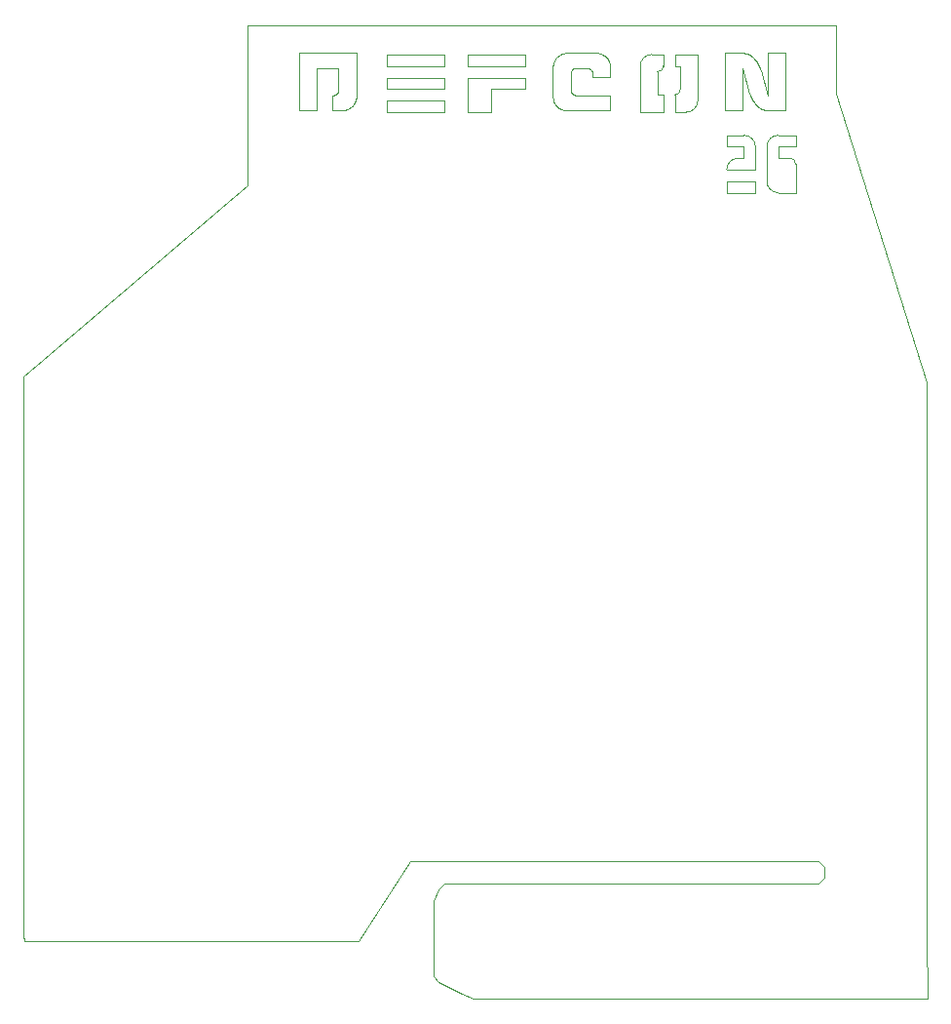
<source format=gbr>
G04 #@! TF.FileFunction,Profile,NP*
%FSLAX46Y46*%
G04 Gerber Fmt 4.6, Leading zero omitted, Abs format (unit mm)*
G04 Created by KiCad (PCBNEW 4.0.7) date Monday, July 02, 2018 'PMt' 09:22:05 PM*
%MOMM*%
%LPD*%
G01*
G04 APERTURE LIST*
%ADD10C,0.100000*%
G04 APERTURE END LIST*
D10*
X162500000Y-174000000D02*
X162382200Y-173457800D01*
X241000000Y-179000000D02*
X240893200Y-173469800D01*
X201500000Y-179000000D02*
X241000000Y-179000000D01*
X200500000Y-178500000D02*
X201500000Y-179000000D01*
X199500000Y-178000000D02*
X200500000Y-178500000D01*
X198500000Y-177500000D02*
X199500000Y-178000000D01*
X198000000Y-177000000D02*
X198500000Y-177500000D01*
X198000000Y-170500000D02*
X198000000Y-177000000D01*
X198500000Y-169500000D02*
X198000000Y-170500000D01*
X199000000Y-169000000D02*
X198500000Y-169500000D01*
X231500000Y-169000000D02*
X199000000Y-169000000D01*
X232000000Y-168500000D02*
X231500000Y-169000000D01*
X232000000Y-168000000D02*
X232000000Y-168500000D01*
X232000000Y-167500000D02*
X232000000Y-168000000D01*
X231500000Y-167000000D02*
X232000000Y-167500000D01*
X196000000Y-167000000D02*
X231500000Y-167000000D01*
X191500000Y-174000000D02*
X196000000Y-167000000D01*
X162500000Y-174000000D02*
X191500000Y-174000000D01*
X229500000Y-108500000D02*
X229500000Y-107500000D01*
X229500000Y-107500000D02*
X229500000Y-106500000D01*
X229500000Y-109000000D02*
X229500000Y-108500000D01*
X227000000Y-108000000D02*
X227000000Y-107500000D01*
X226000000Y-109000000D02*
X226000000Y-108500000D01*
X223500000Y-109000000D02*
X223500000Y-108500000D01*
X227000000Y-105000000D02*
X227000000Y-106000000D01*
X226000000Y-105000000D02*
G75*
G03X225000000Y-104000000I-1000000J0D01*
G01*
X226000000Y-107000000D02*
X226000000Y-105000000D01*
X223500000Y-104000000D02*
X225000000Y-104000000D01*
X223500000Y-105000000D02*
X223500000Y-104000000D01*
X225000000Y-105000000D02*
X223500000Y-105000000D01*
X225000000Y-106000000D02*
X225000000Y-105000000D01*
X224500000Y-106000000D02*
X225000000Y-106000000D01*
X224500000Y-106000000D02*
G75*
G03X223500000Y-107000000I0J-1000000D01*
G01*
X223500000Y-107000000D02*
X226000000Y-107000000D01*
X223500000Y-108000000D02*
X223500000Y-108500000D01*
X226000000Y-108000000D02*
X223500000Y-108000000D01*
X226000000Y-108500000D02*
X226000000Y-108000000D01*
X223500000Y-109000000D02*
X226000000Y-109000000D01*
X228000000Y-106000000D02*
X228000000Y-105000000D01*
X229000000Y-106000000D02*
X228000000Y-106000000D01*
X229500000Y-106500000D02*
G75*
G03X229000000Y-106000000I-500000J0D01*
G01*
X229500000Y-105000000D02*
X228000000Y-105000000D01*
X229500000Y-104000000D02*
X229500000Y-105000000D01*
X228000000Y-104000000D02*
X229500000Y-104000000D01*
X228000000Y-104000000D02*
G75*
G03X227000000Y-105000000I0J-1000000D01*
G01*
X227000000Y-106500000D02*
X227000000Y-106000000D01*
X228000000Y-109000000D02*
X229500000Y-109000000D01*
X227000000Y-108000000D02*
G75*
G03X228000000Y-109000000I1000000J0D01*
G01*
X227000000Y-107500000D02*
X227000000Y-106500000D01*
X217000000Y-97000000D02*
G75*
G03X216000000Y-98000000I0J-1000000D01*
G01*
X217000000Y-97000000D02*
X218000000Y-97000000D01*
X216000000Y-102000000D02*
X216000000Y-98000000D01*
X218000000Y-100500000D02*
X218000000Y-102000000D01*
X217500000Y-98500000D02*
G75*
G03X218000000Y-98000000I0J500000D01*
G01*
X217500000Y-100500000D02*
X217500000Y-98500000D01*
X218000000Y-100500000D02*
X217500000Y-100500000D01*
X218000000Y-102000000D02*
X216000000Y-102000000D01*
X219000000Y-100500000D02*
G75*
G03X219500000Y-100000000I0J500000D01*
G01*
X219500000Y-100000000D02*
X219500000Y-98000000D01*
X219000000Y-98000000D02*
X219500000Y-98000000D01*
X219000000Y-102000000D02*
X219000000Y-100500000D01*
X220000000Y-102000000D02*
X219000000Y-102000000D01*
X220000000Y-102000000D02*
G75*
G03X221000000Y-101000000I0J1000000D01*
G01*
X221000000Y-97000000D02*
X221000000Y-101000000D01*
X218000000Y-97000000D02*
X218000000Y-98000000D01*
X219000000Y-97000000D02*
X219000000Y-98000000D01*
X221000000Y-97000000D02*
X219000000Y-97000000D01*
X206000000Y-100000000D02*
X203000000Y-100000000D01*
X206000000Y-99000000D02*
X206000000Y-100000000D01*
X203000000Y-102000000D02*
X203000000Y-100000000D01*
X201000000Y-102000000D02*
X203000000Y-102000000D01*
X201000000Y-99000000D02*
X201000000Y-102000000D01*
X201000000Y-99000000D02*
X206000000Y-99000000D01*
X201000000Y-98000000D02*
X201000000Y-97000000D01*
X206000000Y-98000000D02*
X201000000Y-98000000D01*
X206000000Y-97000000D02*
X206000000Y-98000000D01*
X201000000Y-97000000D02*
X206000000Y-97000000D01*
X194000000Y-102000000D02*
X194000000Y-101000000D01*
X199000000Y-102000000D02*
X194000000Y-102000000D01*
X199000000Y-101000000D02*
X199000000Y-102000000D01*
X194000000Y-101000000D02*
X199000000Y-101000000D01*
X194000000Y-98000000D02*
X199000000Y-98000000D01*
X194000000Y-97000000D02*
X194000000Y-98000000D01*
X199000000Y-97000000D02*
X194000000Y-97000000D01*
X199000000Y-98000000D02*
X199000000Y-97000000D01*
X198000000Y-100000000D02*
X199000000Y-100000000D01*
X198000000Y-99000000D02*
X199000000Y-99000000D01*
X194000000Y-99000000D02*
X194000000Y-100000000D01*
X198000000Y-99000000D02*
X194000000Y-99000000D01*
X199000000Y-100000000D02*
X199000000Y-99000000D01*
X194000000Y-100000000D02*
X198000000Y-100000000D01*
X189240000Y-101850000D02*
X189950000Y-101850000D01*
X189250000Y-100540000D02*
X189240000Y-101850000D01*
X181864000Y-108331000D02*
X181864000Y-94488000D01*
X228625287Y-96849800D02*
X227053430Y-96849800D01*
X228625287Y-101849800D02*
X228625287Y-96849800D01*
X227150736Y-101849800D02*
X228625287Y-101849800D01*
X227131406Y-101849677D02*
X227150736Y-101849800D01*
X227112089Y-101849306D02*
X227131406Y-101849677D01*
X227092785Y-101848689D02*
X227112089Y-101849306D01*
X227073494Y-101847825D02*
X227092785Y-101848689D01*
X227054216Y-101846714D02*
X227073494Y-101847825D01*
X227034952Y-101845356D02*
X227054216Y-101846714D01*
X227015700Y-101843751D02*
X227034952Y-101845356D01*
X226996461Y-101841899D02*
X227015700Y-101843751D01*
X226977235Y-101839800D02*
X226996461Y-101841899D01*
X226958022Y-101837455D02*
X226977235Y-101839800D01*
X226938822Y-101834862D02*
X226958022Y-101837455D01*
X226919635Y-101832023D02*
X226938822Y-101834862D01*
X226900461Y-101828937D02*
X226919635Y-101832023D01*
X226881301Y-101825604D02*
X226900461Y-101828937D01*
X226862153Y-101822024D02*
X226881301Y-101825604D01*
X226843018Y-101818197D02*
X226862153Y-101822024D01*
X226823896Y-101814123D02*
X226843018Y-101818197D01*
X226804787Y-101809802D02*
X226823896Y-101814123D01*
X226785691Y-101805234D02*
X226804787Y-101809802D01*
X226766608Y-101800420D02*
X226785691Y-101805234D01*
X226747538Y-101795358D02*
X226766608Y-101800420D01*
X226728481Y-101790050D02*
X226747538Y-101795358D01*
X226709437Y-101784494D02*
X226728481Y-101790050D01*
X226690406Y-101778692D02*
X226709437Y-101784494D01*
X226671408Y-101772591D02*
X226690406Y-101778692D01*
X226652461Y-101766139D02*
X226671408Y-101772591D01*
X226633567Y-101759336D02*
X226652461Y-101766139D01*
X226614724Y-101752183D02*
X226633567Y-101759336D01*
X226595934Y-101744678D02*
X226614724Y-101752183D01*
X226577195Y-101736823D02*
X226595934Y-101744678D01*
X226558509Y-101728617D02*
X226577195Y-101736823D01*
X226539874Y-101720059D02*
X226558509Y-101728617D01*
X226521291Y-101711152D02*
X226539874Y-101720059D01*
X226502761Y-101701893D02*
X226521291Y-101711152D01*
X226484282Y-101692283D02*
X226502761Y-101701893D01*
X226465855Y-101682322D02*
X226484282Y-101692283D01*
X226447481Y-101672011D02*
X226465855Y-101682322D01*
X226429158Y-101661349D02*
X226447481Y-101672011D01*
X226410887Y-101650336D02*
X226429158Y-101661349D01*
X226392668Y-101638972D02*
X226410887Y-101650336D01*
X226374502Y-101627257D02*
X226392668Y-101638972D01*
X226356387Y-101615191D02*
X226374502Y-101627257D01*
X226338324Y-101602775D02*
X226356387Y-101615191D01*
X226320313Y-101590007D02*
X226338324Y-101602775D01*
X226302354Y-101576889D02*
X226320313Y-101590007D01*
X226284447Y-101563420D02*
X226302354Y-101576889D01*
X226266592Y-101549600D02*
X226284447Y-101563420D01*
X226248790Y-101535429D02*
X226266592Y-101549600D01*
X226231052Y-101520888D02*
X226248790Y-101535429D01*
X226213392Y-101505956D02*
X226231052Y-101520888D01*
X226195810Y-101490636D02*
X226213392Y-101505956D01*
X226178306Y-101474925D02*
X226195810Y-101490636D01*
X226160879Y-101458824D02*
X226178306Y-101474925D01*
X226143531Y-101442334D02*
X226160879Y-101458824D01*
X226126261Y-101425453D02*
X226143531Y-101442334D01*
X226109069Y-101408183D02*
X226126261Y-101425453D01*
X226091955Y-101390523D02*
X226109069Y-101408183D01*
X226074919Y-101372473D02*
X226091955Y-101390523D01*
X226057960Y-101354034D02*
X226074919Y-101372473D01*
X226041080Y-101335204D02*
X226057960Y-101354034D01*
X226024278Y-101315985D02*
X226041080Y-101335204D01*
X226007553Y-101296376D02*
X226024278Y-101315985D01*
X225990907Y-101276377D02*
X226007553Y-101296376D01*
X225974338Y-101255988D02*
X225990907Y-101276377D01*
X225957848Y-101235209D02*
X225974338Y-101255988D01*
X225941436Y-101214040D02*
X225957848Y-101235209D01*
X225925101Y-101192482D02*
X225941436Y-101214040D01*
X225908844Y-101170534D02*
X225925101Y-101192482D01*
X225892666Y-101148195D02*
X225908844Y-101170534D01*
X225876565Y-101125467D02*
X225892666Y-101148195D01*
X225860543Y-101102350D02*
X225876565Y-101125467D01*
X225844598Y-101078842D02*
X225860543Y-101102350D01*
X225828751Y-101054905D02*
X225844598Y-101078842D01*
X225813020Y-101030501D02*
X225828751Y-101054905D01*
X225797407Y-101005629D02*
X225813020Y-101030501D01*
X225781911Y-100980289D02*
X225797407Y-101005629D01*
X225766531Y-100954481D02*
X225781911Y-100980289D01*
X225751269Y-100928206D02*
X225766531Y-100954481D01*
X225736123Y-100901462D02*
X225751269Y-100928206D01*
X225721095Y-100874251D02*
X225736123Y-100901462D01*
X225706183Y-100846572D02*
X225721095Y-100874251D01*
X225691389Y-100818425D02*
X225706183Y-100846572D01*
X225676711Y-100789811D02*
X225691389Y-100818425D01*
X225662150Y-100760728D02*
X225676711Y-100789811D01*
X225647707Y-100731178D02*
X225662150Y-100760728D01*
X225633380Y-100701160D02*
X225647707Y-100731178D01*
X225619170Y-100670674D02*
X225633380Y-100701160D01*
X225605077Y-100639720D02*
X225619170Y-100670674D01*
X225591101Y-100608299D02*
X225605077Y-100639720D01*
X225577242Y-100576409D02*
X225591101Y-100608299D01*
X225563500Y-100544052D02*
X225577242Y-100576409D01*
X225549875Y-100511227D02*
X225563500Y-100544052D01*
X225536367Y-100477934D02*
X225549875Y-100511227D01*
X225522976Y-100444174D02*
X225536367Y-100477934D01*
X225509701Y-100409945D02*
X225522976Y-100444174D01*
X225496544Y-100375249D02*
X225509701Y-100409945D01*
X224897742Y-98167165D02*
X225496544Y-100375249D01*
X224897742Y-101849800D02*
X224897742Y-98167165D01*
X223325885Y-101849800D02*
X224897742Y-101849800D01*
X223325885Y-96849800D02*
X223325885Y-101849800D01*
X224777981Y-96849800D02*
X223325885Y-96849800D01*
X224797318Y-96849923D02*
X224777981Y-96849800D01*
X224816654Y-96850294D02*
X224797318Y-96849923D01*
X224835990Y-96850911D02*
X224816654Y-96850294D01*
X224855326Y-96851775D02*
X224835990Y-96850911D01*
X224874663Y-96852886D02*
X224855326Y-96851775D01*
X224893999Y-96854244D02*
X224874663Y-96852886D01*
X224913335Y-96855849D02*
X224893999Y-96854244D01*
X224932672Y-96857701D02*
X224913335Y-96855849D01*
X224952008Y-96859800D02*
X224932672Y-96857701D01*
X224971344Y-96862145D02*
X224952008Y-96859800D01*
X224990681Y-96864738D02*
X224971344Y-96862145D01*
X225010017Y-96867577D02*
X224990681Y-96864738D01*
X225029353Y-96870663D02*
X225010017Y-96867577D01*
X225048690Y-96873996D02*
X225029353Y-96870663D01*
X225068026Y-96877576D02*
X225048690Y-96873996D01*
X225087362Y-96881403D02*
X225068026Y-96877576D01*
X225106699Y-96885477D02*
X225087362Y-96881403D01*
X225126035Y-96889798D02*
X225106699Y-96885477D01*
X225145371Y-96894366D02*
X225126035Y-96889798D01*
X225164708Y-96899180D02*
X225145371Y-96894366D01*
X225184044Y-96904242D02*
X225164708Y-96899180D01*
X225203380Y-96909550D02*
X225184044Y-96904242D01*
X225222717Y-96915106D02*
X225203380Y-96909550D01*
X225242053Y-96920908D02*
X225222717Y-96915106D01*
X225261363Y-96927002D02*
X225242053Y-96920908D01*
X225280622Y-96933435D02*
X225261363Y-96927002D01*
X225299828Y-96940205D02*
X225280622Y-96933435D01*
X225318983Y-96947313D02*
X225299828Y-96940205D01*
X225338085Y-96954759D02*
X225318983Y-96947313D01*
X225357135Y-96962543D02*
X225338085Y-96954759D01*
X225376134Y-96970665D02*
X225357135Y-96962543D01*
X225395080Y-96979125D02*
X225376134Y-96970665D01*
X225413975Y-96987922D02*
X225395080Y-96979125D01*
X225432817Y-96997058D02*
X225413975Y-96987922D01*
X225451608Y-97006531D02*
X225432817Y-96997058D01*
X225470346Y-97016342D02*
X225451608Y-97006531D01*
X225489033Y-97026491D02*
X225470346Y-97016342D01*
X225507668Y-97036978D02*
X225489033Y-97026491D01*
X225526250Y-97047802D02*
X225507668Y-97036978D01*
X225544781Y-97058965D02*
X225526250Y-97047802D01*
X225563260Y-97070465D02*
X225544781Y-97058965D01*
X225581686Y-97082304D02*
X225563260Y-97070465D01*
X225600061Y-97094480D02*
X225581686Y-97082304D01*
X225618384Y-97106994D02*
X225600061Y-97094480D01*
X225636654Y-97119846D02*
X225618384Y-97106994D01*
X225654873Y-97133036D02*
X225636654Y-97119846D01*
X225673040Y-97146563D02*
X225654873Y-97133036D01*
X225691155Y-97160429D02*
X225673040Y-97146563D01*
X225709205Y-97174665D02*
X225691155Y-97160429D01*
X225727177Y-97189303D02*
X225709205Y-97174665D01*
X225745070Y-97204345D02*
X225727177Y-97189303D01*
X225762886Y-97219789D02*
X225745070Y-97204345D01*
X225780624Y-97235636D02*
X225762886Y-97219789D01*
X225798284Y-97251886D02*
X225780624Y-97235636D01*
X225815866Y-97268539D02*
X225798284Y-97251886D01*
X225833370Y-97285595D02*
X225815866Y-97268539D01*
X225850796Y-97303054D02*
X225833370Y-97285595D01*
X225868145Y-97320915D02*
X225850796Y-97303054D01*
X225885415Y-97339179D02*
X225868145Y-97320915D01*
X225902607Y-97357846D02*
X225885415Y-97339179D01*
X225919721Y-97376916D02*
X225902607Y-97357846D01*
X225936757Y-97396389D02*
X225919721Y-97376916D01*
X225953716Y-97416265D02*
X225936757Y-97396389D01*
X225970596Y-97436543D02*
X225953716Y-97416265D01*
X225987398Y-97457224D02*
X225970596Y-97436543D01*
X226004123Y-97478309D02*
X225987398Y-97457224D01*
X226020769Y-97499796D02*
X226004123Y-97478309D01*
X226037337Y-97521685D02*
X226020769Y-97499796D01*
X226053828Y-97543978D02*
X226037337Y-97521685D01*
X226070240Y-97566674D02*
X226053828Y-97543978D01*
X226086575Y-97589772D02*
X226070240Y-97566674D01*
X226102831Y-97613273D02*
X226086575Y-97589772D01*
X226118984Y-97637223D02*
X226102831Y-97613273D01*
X226135007Y-97661666D02*
X226118984Y-97637223D01*
X226150899Y-97686603D02*
X226135007Y-97661666D01*
X226166662Y-97712034D02*
X226150899Y-97686603D01*
X226182295Y-97737959D02*
X226166662Y-97712034D01*
X226197798Y-97764377D02*
X226182295Y-97737959D01*
X226213171Y-97791289D02*
X226197798Y-97764377D01*
X226228414Y-97818696D02*
X226213171Y-97791289D01*
X226243527Y-97846595D02*
X226228414Y-97818696D01*
X226258510Y-97874989D02*
X226243527Y-97846595D01*
X226273363Y-97903877D02*
X226258510Y-97874989D01*
X226288086Y-97933258D02*
X226273363Y-97903877D01*
X226302679Y-97963133D02*
X226288086Y-97933258D01*
X226317142Y-97993502D02*
X226302679Y-97963133D01*
X226331476Y-98024365D02*
X226317142Y-97993502D01*
X226345679Y-98055721D02*
X226331476Y-98024365D01*
X226359753Y-98087572D02*
X226345679Y-98055721D01*
X226373696Y-98119916D02*
X226359753Y-98087572D01*
X226387510Y-98152754D02*
X226373696Y-98119916D01*
X226401193Y-98186086D02*
X226387510Y-98152754D01*
X226414747Y-98219911D02*
X226401193Y-98186086D01*
X226428170Y-98254231D02*
X226414747Y-98219911D01*
X226441464Y-98289044D02*
X226428170Y-98254231D01*
X226454628Y-98324351D02*
X226441464Y-98289044D01*
X227053430Y-100532435D02*
X226454628Y-98324351D01*
X227053430Y-96849800D02*
X227053430Y-100532435D01*
X209719378Y-96850424D02*
X209770123Y-96849800D01*
X209669439Y-96852295D02*
X209719378Y-96850424D01*
X209620305Y-96855414D02*
X209669439Y-96852295D01*
X209571977Y-96859780D02*
X209620305Y-96855414D01*
X209524455Y-96865394D02*
X209571977Y-96859780D01*
X209477739Y-96872255D02*
X209524455Y-96865394D01*
X209431828Y-96880364D02*
X209477739Y-96872255D01*
X209386723Y-96889720D02*
X209431828Y-96880364D01*
X209342424Y-96900324D02*
X209386723Y-96889720D01*
X209298930Y-96912175D02*
X209342424Y-96900324D01*
X209256242Y-96925274D02*
X209298930Y-96912175D01*
X209214359Y-96939620D02*
X209256242Y-96925274D01*
X209173283Y-96955214D02*
X209214359Y-96939620D01*
X209133012Y-96972055D02*
X209173283Y-96955214D01*
X209093546Y-96990144D02*
X209133012Y-96972055D01*
X209054887Y-97009481D02*
X209093546Y-96990144D01*
X209017033Y-97030064D02*
X209054887Y-97009481D01*
X208979984Y-97051896D02*
X209017033Y-97030064D01*
X208943742Y-97074975D02*
X208979984Y-97051896D01*
X208908305Y-97099301D02*
X208943742Y-97074975D01*
X208873674Y-97124875D02*
X208908305Y-97099301D01*
X208839848Y-97151696D02*
X208873674Y-97124875D01*
X208806828Y-97179765D02*
X208839848Y-97151696D01*
X208774614Y-97209081D02*
X208806828Y-97179765D01*
X208743465Y-97239541D02*
X208774614Y-97209081D01*
X208713642Y-97271041D02*
X208743465Y-97239541D01*
X208685144Y-97303580D02*
X208713642Y-97271041D01*
X208657972Y-97337159D02*
X208685144Y-97303580D01*
X208632125Y-97371777D02*
X208657972Y-97337159D01*
X208607604Y-97407435D02*
X208632125Y-97371777D01*
X208584408Y-97444132D02*
X208607604Y-97407435D01*
X208562538Y-97481869D02*
X208584408Y-97444132D01*
X208541993Y-97520646D02*
X208562538Y-97481869D01*
X208522774Y-97560462D02*
X208541993Y-97520646D01*
X208504880Y-97601318D02*
X208522774Y-97560462D01*
X208488311Y-97643213D02*
X208504880Y-97601318D01*
X208473068Y-97686148D02*
X208488311Y-97643213D01*
X208459151Y-97730123D02*
X208473068Y-97686148D01*
X208446559Y-97775137D02*
X208459151Y-97730123D01*
X208435292Y-97821191D02*
X208446559Y-97775137D01*
X208425351Y-97868284D02*
X208435292Y-97821191D01*
X208416736Y-97916417D02*
X208425351Y-97868284D01*
X208409446Y-97965589D02*
X208416736Y-97916417D01*
X208403481Y-98015801D02*
X208409446Y-97965589D01*
X208398842Y-98067053D02*
X208403481Y-98015801D01*
X208395528Y-98119344D02*
X208398842Y-98067053D01*
X208393540Y-98172675D02*
X208395528Y-98119344D01*
X208392877Y-98227046D02*
X208393540Y-98172675D01*
X208392877Y-100502495D02*
X208392877Y-98227046D01*
X208393482Y-100556839D02*
X208392877Y-100502495D01*
X208395294Y-100610092D02*
X208393482Y-100556839D01*
X208398316Y-100662253D02*
X208395294Y-100610092D01*
X208402545Y-100713323D02*
X208398316Y-100662253D01*
X208407984Y-100763301D02*
X208402545Y-100713323D01*
X208414631Y-100812188D02*
X208407984Y-100763301D01*
X208422486Y-100859983D02*
X208414631Y-100812188D01*
X208431550Y-100906686D02*
X208422486Y-100859983D01*
X208441822Y-100952298D02*
X208431550Y-100906686D01*
X208453303Y-100996818D02*
X208441822Y-100952298D01*
X208465993Y-101040247D02*
X208453303Y-100996818D01*
X208479891Y-101082584D02*
X208465993Y-101040247D01*
X208494997Y-101123830D02*
X208479891Y-101082584D01*
X208511312Y-101163984D02*
X208494997Y-101123830D01*
X208528836Y-101203047D02*
X208511312Y-101163984D01*
X208547568Y-101241018D02*
X208528836Y-101203047D01*
X208567509Y-101277897D02*
X208547568Y-101241018D01*
X208588658Y-101313685D02*
X208567509Y-101277897D01*
X208611015Y-101348381D02*
X208588658Y-101313685D01*
X208634581Y-101381986D02*
X208611015Y-101348381D01*
X208659356Y-101414499D02*
X208634581Y-101381986D01*
X208685339Y-101445920D02*
X208659356Y-101414499D01*
X208712531Y-101476250D02*
X208685339Y-101445920D01*
X208740931Y-101505489D02*
X208712531Y-101476250D01*
X208770475Y-101533583D02*
X208740931Y-101505489D01*
X208801097Y-101560483D02*
X208770475Y-101533583D01*
X208832798Y-101586187D02*
X208801097Y-101560483D01*
X208865578Y-101610695D02*
X208832798Y-101586187D01*
X208899436Y-101634008D02*
X208865578Y-101610695D01*
X208934372Y-101656125D02*
X208899436Y-101634008D01*
X208970388Y-101677047D02*
X208934372Y-101656125D01*
X209007481Y-101696773D02*
X208970388Y-101677047D01*
X209045654Y-101715303D02*
X209007481Y-101696773D01*
X209084905Y-101732638D02*
X209045654Y-101715303D01*
X209125234Y-101748778D02*
X209084905Y-101732638D01*
X209166642Y-101763722D02*
X209125234Y-101748778D01*
X209209129Y-101777471D02*
X209166642Y-101763722D01*
X209252694Y-101790024D02*
X209209129Y-101777471D01*
X209297338Y-101801381D02*
X209252694Y-101790024D01*
X209343060Y-101811543D02*
X209297338Y-101801381D01*
X209389861Y-101820510D02*
X209343060Y-101811543D01*
X209437741Y-101828281D02*
X209389861Y-101820510D01*
X209486699Y-101834856D02*
X209437741Y-101828281D01*
X209536735Y-101840236D02*
X209486699Y-101834856D01*
X209587851Y-101844420D02*
X209536735Y-101840236D01*
X209640044Y-101847409D02*
X209587851Y-101844420D01*
X209693317Y-101849202D02*
X209640044Y-101847409D01*
X209747668Y-101849800D02*
X209693317Y-101849202D01*
X213392877Y-101849800D02*
X209747668Y-101849800D01*
X213392877Y-100539920D02*
X213392877Y-101849800D01*
X210496171Y-100539920D02*
X213392877Y-100539920D01*
X210453418Y-100538984D02*
X210496171Y-100539920D01*
X210412484Y-100536177D02*
X210453418Y-100538984D01*
X210373369Y-100531499D02*
X210412484Y-100536177D01*
X210336074Y-100524950D02*
X210373369Y-100531499D01*
X210300598Y-100516529D02*
X210336074Y-100524950D01*
X210266942Y-100506237D02*
X210300598Y-100516529D01*
X210235104Y-100494074D02*
X210266942Y-100506237D01*
X210205086Y-100480040D02*
X210235104Y-100494074D01*
X210176887Y-100464134D02*
X210205086Y-100480040D01*
X210150508Y-100446357D02*
X210176887Y-100464134D01*
X210125948Y-100426709D02*
X210150508Y-100446357D01*
X210103207Y-100405189D02*
X210125948Y-100426709D01*
X210082285Y-100381799D02*
X210103207Y-100405189D01*
X210063183Y-100356537D02*
X210082285Y-100381799D01*
X210045899Y-100329403D02*
X210063183Y-100356537D01*
X210030436Y-100300399D02*
X210045899Y-100329403D01*
X210016791Y-100269523D02*
X210030436Y-100300399D01*
X210004966Y-100236776D02*
X210016791Y-100269523D01*
X209994960Y-100202158D02*
X210004966Y-100236776D01*
X209986773Y-100165668D02*
X209994960Y-100202158D01*
X209980405Y-100127307D02*
X209986773Y-100165668D01*
X209975857Y-100087075D02*
X209980405Y-100127307D01*
X209973128Y-100044972D02*
X209975857Y-100087075D01*
X209972219Y-100000998D02*
X209973128Y-100044972D01*
X209972219Y-98571357D02*
X209972219Y-100000998D01*
X209977832Y-98540169D02*
X209972219Y-98571357D01*
X209984694Y-98510229D02*
X209977832Y-98540169D01*
X209992802Y-98481537D02*
X209984694Y-98510229D01*
X210002159Y-98454091D02*
X209992802Y-98481537D01*
X210012763Y-98427894D02*
X210002159Y-98454091D01*
X210024614Y-98402944D02*
X210012763Y-98427894D01*
X210037713Y-98379241D02*
X210024614Y-98402944D01*
X210052059Y-98356786D02*
X210037713Y-98379241D01*
X210067653Y-98335578D02*
X210052059Y-98356786D01*
X210084494Y-98315618D02*
X210067653Y-98335578D01*
X210102583Y-98296906D02*
X210084494Y-98315618D01*
X210121919Y-98279441D02*
X210102583Y-98296906D01*
X210142503Y-98263223D02*
X210121919Y-98279441D01*
X210164334Y-98248253D02*
X210142503Y-98263223D01*
X210187413Y-98234531D02*
X210164334Y-98248253D01*
X210211740Y-98222055D02*
X210187413Y-98234531D01*
X210237313Y-98210828D02*
X210211740Y-98222055D01*
X210264135Y-98200848D02*
X210237313Y-98210828D01*
X210292204Y-98192115D02*
X210264135Y-98200848D01*
X210321520Y-98184630D02*
X210292204Y-98192115D01*
X210352084Y-98178393D02*
X210321520Y-98184630D01*
X210383895Y-98173403D02*
X210352084Y-98178393D01*
X210416954Y-98169660D02*
X210383895Y-98173403D01*
X210451261Y-98167165D02*
X210416954Y-98169660D01*
X211334494Y-98167165D02*
X210451261Y-98167165D01*
X211354259Y-98167406D02*
X211334494Y-98167165D01*
X211373635Y-98168127D02*
X211354259Y-98167406D01*
X211392620Y-98169329D02*
X211373635Y-98168127D01*
X211411216Y-98171012D02*
X211392620Y-98169329D01*
X211429421Y-98173175D02*
X211411216Y-98171012D01*
X211447237Y-98175820D02*
X211429421Y-98173175D01*
X211464663Y-98178945D02*
X211447237Y-98175820D01*
X211481700Y-98182551D02*
X211464663Y-98178945D01*
X211498346Y-98186638D02*
X211481700Y-98182551D01*
X211514603Y-98191206D02*
X211498346Y-98186638D01*
X211530469Y-98196254D02*
X211514603Y-98191206D01*
X211545946Y-98201784D02*
X211530469Y-98196254D01*
X211561033Y-98207794D02*
X211545946Y-98201784D01*
X211575730Y-98214285D02*
X211561033Y-98207794D01*
X211590038Y-98221256D02*
X211575730Y-98214285D01*
X211603955Y-98228709D02*
X211590038Y-98221256D01*
X211617483Y-98236642D02*
X211603955Y-98228709D01*
X211630621Y-98245056D02*
X211617483Y-98236642D01*
X211643369Y-98253951D02*
X211630621Y-98245056D01*
X211655727Y-98263327D02*
X211643369Y-98253951D01*
X211667695Y-98273184D02*
X211655727Y-98263327D01*
X211679273Y-98283521D02*
X211667695Y-98273184D01*
X211690462Y-98294339D02*
X211679273Y-98283521D01*
X211701261Y-98305638D02*
X211690462Y-98294339D01*
X211711643Y-98317366D02*
X211701261Y-98305638D01*
X211721584Y-98329471D02*
X211711643Y-98317366D01*
X211731084Y-98341952D02*
X211721584Y-98329471D01*
X211740141Y-98354811D02*
X211731084Y-98341952D01*
X211748757Y-98368046D02*
X211740141Y-98354811D01*
X211756930Y-98381658D02*
X211748757Y-98368046D01*
X211764662Y-98395647D02*
X211756930Y-98381658D01*
X211771952Y-98410013D02*
X211764662Y-98395647D01*
X211778801Y-98424756D02*
X211771952Y-98410013D01*
X211785207Y-98439875D02*
X211778801Y-98424756D01*
X211791172Y-98455371D02*
X211785207Y-98439875D01*
X211796695Y-98471245D02*
X211791172Y-98455371D01*
X211801776Y-98487495D02*
X211796695Y-98471245D01*
X211806415Y-98504122D02*
X211801776Y-98487495D01*
X211810612Y-98521125D02*
X211806415Y-98504122D01*
X211814368Y-98538506D02*
X211810612Y-98521125D01*
X211817681Y-98556263D02*
X211814368Y-98538506D01*
X211820553Y-98574398D02*
X211817681Y-98556263D01*
X211822983Y-98592909D02*
X211820553Y-98574398D01*
X211824971Y-98611797D02*
X211822983Y-98592909D01*
X211826518Y-98631062D02*
X211824971Y-98611797D01*
X211827622Y-98650703D02*
X211826518Y-98631062D01*
X211828285Y-98670722D02*
X211827622Y-98650703D01*
X211828506Y-98691117D02*
X211828285Y-98670722D01*
X211828506Y-98923153D02*
X211828506Y-98691117D01*
X213392877Y-98923153D02*
X211828506Y-98923153D01*
X213392877Y-98227046D02*
X213392877Y-98923153D01*
X213392215Y-98172675D02*
X213392877Y-98227046D01*
X213390226Y-98119344D02*
X213392215Y-98172675D01*
X213386913Y-98067053D02*
X213390226Y-98119344D01*
X213382274Y-98015801D02*
X213386913Y-98067053D01*
X213376309Y-97965589D02*
X213382274Y-98015801D01*
X213369019Y-97916417D02*
X213376309Y-97965589D01*
X213360403Y-97868284D02*
X213369019Y-97916417D01*
X213350462Y-97821191D02*
X213360403Y-97868284D01*
X213339196Y-97775137D02*
X213350462Y-97821191D01*
X213326604Y-97730123D02*
X213339196Y-97775137D01*
X213312686Y-97686148D02*
X213326604Y-97730123D01*
X213297443Y-97643213D02*
X213312686Y-97686148D01*
X213280875Y-97601318D02*
X213297443Y-97643213D01*
X213262981Y-97560462D02*
X213280875Y-97601318D01*
X213243761Y-97520646D02*
X213262981Y-97560462D01*
X213223217Y-97481869D02*
X213243761Y-97520646D01*
X213201346Y-97444132D02*
X213223217Y-97481869D01*
X213178151Y-97407435D02*
X213201346Y-97444132D01*
X213153629Y-97371777D02*
X213178151Y-97407435D01*
X213127783Y-97337159D02*
X213153629Y-97371777D01*
X213100610Y-97303580D02*
X213127783Y-97337159D01*
X213072113Y-97271041D02*
X213100610Y-97303580D01*
X213042289Y-97239541D02*
X213072113Y-97271041D01*
X213011141Y-97209081D02*
X213042289Y-97239541D01*
X212978927Y-97179765D02*
X213011141Y-97209081D01*
X212945907Y-97151696D02*
X212978927Y-97179765D01*
X212912081Y-97124875D02*
X212945907Y-97151696D01*
X212877450Y-97099301D02*
X212912081Y-97124875D01*
X212842013Y-97074975D02*
X212877450Y-97099301D01*
X212805770Y-97051896D02*
X212842013Y-97074975D01*
X212768722Y-97030064D02*
X212805770Y-97051896D01*
X212730868Y-97009481D02*
X212768722Y-97030064D01*
X212692208Y-96990144D02*
X212730868Y-97009481D01*
X212652743Y-96972055D02*
X212692208Y-96990144D01*
X212612472Y-96955214D02*
X212652743Y-96972055D01*
X212571395Y-96939620D02*
X212612472Y-96955214D01*
X212529513Y-96925274D02*
X212571395Y-96939620D01*
X212486825Y-96912175D02*
X212529513Y-96925274D01*
X212443331Y-96900324D02*
X212486825Y-96912175D01*
X212399032Y-96889720D02*
X212443331Y-96900324D01*
X212353927Y-96880364D02*
X212399032Y-96889720D01*
X212308016Y-96872255D02*
X212353927Y-96880364D01*
X212261299Y-96865394D02*
X212308016Y-96872255D01*
X212213777Y-96859780D02*
X212261299Y-96865394D01*
X212165449Y-96855414D02*
X212213777Y-96859780D01*
X212116316Y-96852295D02*
X212165449Y-96855414D01*
X212066377Y-96850424D02*
X212116316Y-96852295D01*
X212015632Y-96849800D02*
X212066377Y-96850424D01*
X209770123Y-96849800D02*
X212015632Y-96849800D01*
X191337685Y-96849800D02*
X186330200Y-96849800D01*
X191337685Y-100480040D02*
X191337685Y-96849800D01*
X191337510Y-100507355D02*
X191337685Y-100480040D01*
X191336983Y-100534410D02*
X191337510Y-100507355D01*
X191336106Y-100561205D02*
X191336983Y-100534410D01*
X191334878Y-100587741D02*
X191336106Y-100561205D01*
X191333299Y-100614016D02*
X191334878Y-100587741D01*
X191331370Y-100640032D02*
X191333299Y-100614016D01*
X191329089Y-100665788D02*
X191331370Y-100640032D01*
X191326457Y-100691284D02*
X191329089Y-100665788D01*
X191323475Y-100716520D02*
X191326457Y-100691284D01*
X191320142Y-100741496D02*
X191323475Y-100716520D01*
X191316458Y-100766212D02*
X191320142Y-100741496D01*
X191312423Y-100790668D02*
X191316458Y-100766212D01*
X191308037Y-100814865D02*
X191312423Y-100790668D01*
X191303301Y-100838801D02*
X191308037Y-100814865D01*
X191298213Y-100862478D02*
X191303301Y-100838801D01*
X191292775Y-100885894D02*
X191298213Y-100862478D01*
X191286986Y-100909051D02*
X191292775Y-100885894D01*
X191280846Y-100931948D02*
X191286986Y-100909051D01*
X191274355Y-100954585D02*
X191280846Y-100931948D01*
X191267513Y-100976962D02*
X191274355Y-100954585D01*
X191260320Y-100999080D02*
X191267513Y-100976962D01*
X191252777Y-101020937D02*
X191260320Y-100999080D01*
X191244882Y-101042534D02*
X191252777Y-101020937D01*
X191236637Y-101063872D02*
X191244882Y-101042534D01*
X191228067Y-101084943D02*
X191236637Y-101063872D01*
X191219198Y-101105741D02*
X191228067Y-101084943D01*
X191210030Y-101126267D02*
X191219198Y-101105741D01*
X191200563Y-101146519D02*
X191210030Y-101126267D01*
X191190798Y-101166499D02*
X191200563Y-101146519D01*
X191180733Y-101186205D02*
X191190798Y-101166499D01*
X191170370Y-101205639D02*
X191180733Y-101186205D01*
X191159708Y-101224800D02*
X191170370Y-101205639D01*
X191148747Y-101243688D02*
X191159708Y-101224800D01*
X191137486Y-101262303D02*
X191148747Y-101243688D01*
X191125928Y-101280645D02*
X191137486Y-101262303D01*
X191114070Y-101298715D02*
X191125928Y-101280645D01*
X191101913Y-101316511D02*
X191114070Y-101298715D01*
X191089458Y-101334035D02*
X191101913Y-101316511D01*
X191076703Y-101351285D02*
X191089458Y-101334035D01*
X191063650Y-101368263D02*
X191076703Y-101351285D01*
X191050298Y-101384968D02*
X191063650Y-101368263D01*
X191036646Y-101401400D02*
X191050298Y-101384968D01*
X191022697Y-101417559D02*
X191036646Y-101401400D01*
X191008448Y-101433445D02*
X191022697Y-101417559D01*
X190993900Y-101449059D02*
X191008448Y-101433445D01*
X190979053Y-101464399D02*
X190993900Y-101449059D01*
X190963908Y-101479466D02*
X190979053Y-101464399D01*
X190948463Y-101494261D02*
X190963908Y-101479466D01*
X190932753Y-101508770D02*
X190948463Y-101494261D01*
X190916808Y-101522980D02*
X190932753Y-101508770D01*
X190900629Y-101536891D02*
X190916808Y-101522980D01*
X190884217Y-101550503D02*
X190900629Y-101536891D01*
X190867571Y-101563816D02*
X190884217Y-101550503D01*
X190850690Y-101576830D02*
X190867571Y-101563816D01*
X190833576Y-101589546D02*
X190850690Y-101576830D01*
X190816228Y-101601962D02*
X190833576Y-101589546D01*
X190798646Y-101614080D02*
X190816228Y-101601962D01*
X190780830Y-101625899D02*
X190798646Y-101614080D01*
X190762780Y-101637419D02*
X190780830Y-101625899D01*
X190744496Y-101648640D02*
X190762780Y-101637419D01*
X190725979Y-101659562D02*
X190744496Y-101648640D01*
X190707227Y-101670185D02*
X190725979Y-101659562D01*
X190688242Y-101680510D02*
X190707227Y-101670185D01*
X190669022Y-101690535D02*
X190688242Y-101680510D01*
X190649569Y-101700262D02*
X190669022Y-101690535D01*
X190629882Y-101709690D02*
X190649569Y-101700262D01*
X190609961Y-101718818D02*
X190629882Y-101709690D01*
X190589806Y-101727648D02*
X190609961Y-101718818D01*
X190569417Y-101736180D02*
X190589806Y-101727648D01*
X190548794Y-101744412D02*
X190569417Y-101736180D01*
X190527937Y-101752345D02*
X190548794Y-101744412D01*
X190506847Y-101759980D02*
X190527937Y-101752345D01*
X190485561Y-101767309D02*
X190506847Y-101759980D01*
X190464120Y-101774326D02*
X190485561Y-101767309D01*
X190442522Y-101781031D02*
X190464120Y-101774326D01*
X190420769Y-101787425D02*
X190442522Y-101781031D01*
X190398860Y-101793506D02*
X190420769Y-101787425D01*
X190376794Y-101799276D02*
X190398860Y-101793506D01*
X190354573Y-101804734D02*
X190376794Y-101799276D01*
X190332196Y-101809880D02*
X190354573Y-101804734D01*
X190309663Y-101814714D02*
X190332196Y-101809880D01*
X190286974Y-101819236D02*
X190309663Y-101814714D01*
X190264129Y-101823446D02*
X190286974Y-101819236D01*
X190241128Y-101827345D02*
X190264129Y-101823446D01*
X190217971Y-101830931D02*
X190241128Y-101827345D01*
X190194659Y-101834206D02*
X190217971Y-101830931D01*
X190171190Y-101837169D02*
X190194659Y-101834206D01*
X190147565Y-101839820D02*
X190171190Y-101837169D01*
X190123785Y-101842159D02*
X190147565Y-101839820D01*
X190099848Y-101844186D02*
X190123785Y-101842159D01*
X190075756Y-101845902D02*
X190099848Y-101844186D01*
X190051507Y-101847305D02*
X190075756Y-101845902D01*
X190027103Y-101848397D02*
X190051507Y-101847305D01*
X190002543Y-101849176D02*
X190027103Y-101848397D01*
X189977827Y-101849644D02*
X190002543Y-101849176D01*
X189952954Y-101849800D02*
X189977827Y-101849644D01*
X189284630Y-100531499D02*
X189241877Y-100532435D01*
X189325563Y-100528692D02*
X189284630Y-100531499D01*
X189364678Y-100524014D02*
X189325563Y-100528692D01*
X189401973Y-100517465D02*
X189364678Y-100524014D01*
X189437449Y-100509044D02*
X189401973Y-100517465D01*
X189471106Y-100498752D02*
X189437449Y-100509044D01*
X189502943Y-100486589D02*
X189471106Y-100498752D01*
X189532961Y-100472554D02*
X189502943Y-100486589D01*
X189561160Y-100456649D02*
X189532961Y-100472554D01*
X189587539Y-100438872D02*
X189561160Y-100456649D01*
X189612100Y-100419224D02*
X189587539Y-100438872D01*
X189634841Y-100397704D02*
X189612100Y-100419224D01*
X189655762Y-100374313D02*
X189634841Y-100397704D01*
X189674865Y-100349051D02*
X189655762Y-100374313D01*
X189692148Y-100321918D02*
X189674865Y-100349051D01*
X189707612Y-100292914D02*
X189692148Y-100321918D01*
X189721256Y-100262038D02*
X189707612Y-100292914D01*
X189733082Y-100229291D02*
X189721256Y-100262038D01*
X189743088Y-100194673D02*
X189733082Y-100229291D01*
X189751275Y-100158183D02*
X189743088Y-100194673D01*
X189757642Y-100119822D02*
X189751275Y-100158183D01*
X189762190Y-100079590D02*
X189757642Y-100119822D01*
X189764919Y-100037487D02*
X189762190Y-100079590D01*
X189765829Y-99993513D02*
X189764919Y-100037487D01*
X189765829Y-98159680D02*
X189765829Y-99993513D01*
X187909541Y-98159680D02*
X189765829Y-98159680D01*
X187909541Y-101849800D02*
X187909541Y-98159680D01*
X186330200Y-101849800D02*
X187909541Y-101849800D01*
X186330200Y-96849800D02*
X186330200Y-101849800D01*
X240880200Y-125450800D02*
X240893200Y-173469800D01*
X233032200Y-100418800D02*
X240880200Y-125450800D01*
X233032200Y-94450800D02*
X233032200Y-100418800D01*
X181864000Y-94488000D02*
X233032200Y-94450800D01*
X181864000Y-108331000D02*
X162382200Y-124917800D01*
X162382200Y-124917800D02*
X162382200Y-173457800D01*
M02*

</source>
